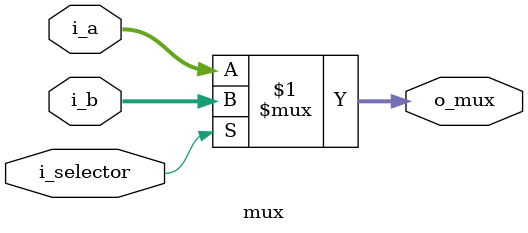
<source format=v>
`timescale 1ns / 1ps


module mux
    #(
        parameter LEN = 32
     )
     (
        input [LEN-1:0] i_a,
        input [LEN-1:0] i_b,
        input i_selector,
        output [LEN-1:0] o_mux
     );
     
     assign o_mux = (i_selector) ? i_b : i_a;
     
endmodule

</source>
